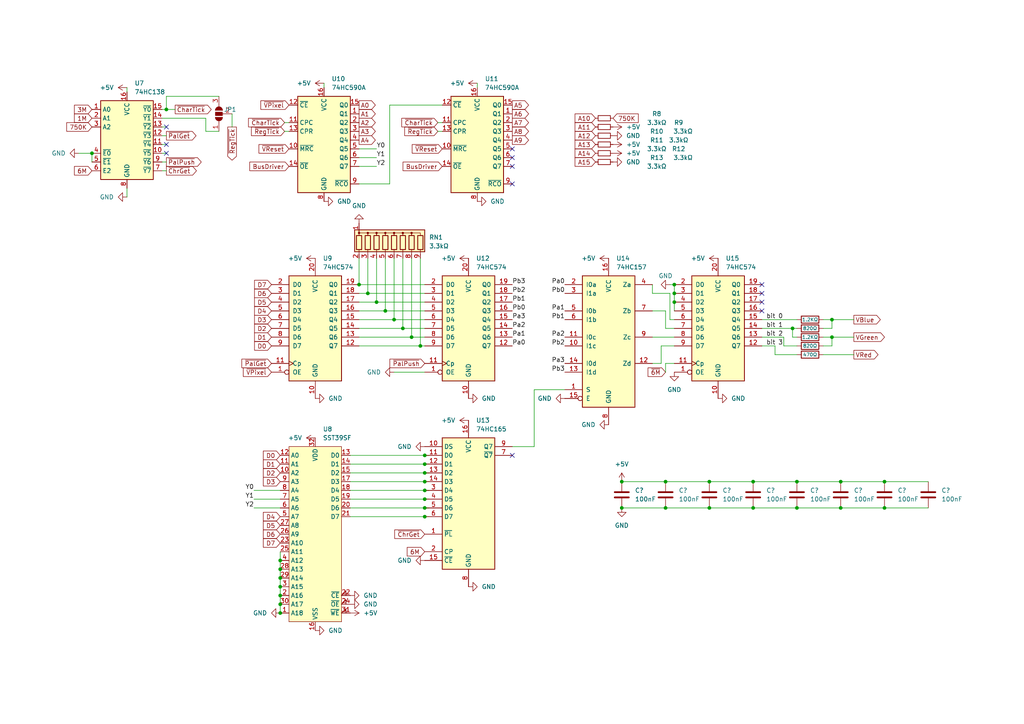
<source format=kicad_sch>
(kicad_sch (version 20230121) (generator eeschema)
  (paper "A4")
  (title_block (title "Video"))
  (lib_symbols
    (symbol "74xx:74HC138"
      (property "Reference" "U" (at -7.62 13.97 0))
      (property "Value" "74HC138" (at 2.54 -11.43 0))
      (symbol "74HC138_0_1"
        (rectangle (start -7.62 12.7) (end 7.62 -10.16) (stroke (width 0.254)) (fill (type background)))
      )
      (symbol "74HC138_1_1"
        (pin input line (at -10.16 10.16 0) (length 2.54) (name "A0") (number "1"))
        (pin output line (at 10.16 -2.54 180) (length 2.54) (name "~{Y5}") (number "10"))
        (pin output line (at 10.16 0 180) (length 2.54) (name "~{Y4}") (number "11"))
        (pin output line (at 10.16 2.54 180) (length 2.54) (name "~{Y3}") (number "12"))
        (pin output line (at 10.16 5.08 180) (length 2.54) (name "~{Y2}") (number "13"))
        (pin output line (at 10.16 7.62 180) (length 2.54) (name "~{Y1}") (number "14"))
        (pin output line (at 10.16 10.16 180) (length 2.54) (name "~{Y0}") (number "15"))
        (pin power_in line (at 0 15.24 270) (length 2.54) (name "VCC") (number "16"))
        (pin input line (at -10.16 7.62 0) (length 2.54) (name "A1") (number "2"))
        (pin input line (at -10.16 5.08 0) (length 2.54) (name "A2") (number "3"))
        (pin input line (at -10.16 -2.54 0) (length 2.54) (name "~{E0}") (number "4"))
        (pin input line (at -10.16 -5.08 0) (length 2.54) (name "~{E1}") (number "5"))
        (pin input line (at -10.16 -7.62 0) (length 2.54) (name "E2") (number "6"))
        (pin output line (at 10.16 -7.62 180) (length 2.54) (name "~{Y7}") (number "7"))
        (pin power_in line (at 0 -12.7 90) (length 2.54) (name "GND") (number "8"))
        (pin output line (at 10.16 -5.08 180) (length 2.54) (name "~{Y6}") (number "9"))
      )
    )
    (symbol "74xx:74HC165"
      (property "Reference" "U" (at -7.62 19.05 0))
      (property "Value" "74HC165" (at -7.62 -21.59 0))
      (symbol "74HC165_1_0"
        (pin input line (at -12.7 -10.16 0) (length 5.08) (name "~{PL}") (number "1"))
        (pin input line (at -12.7 15.24 0) (length 5.08) (name "DS") (number "10"))
        (pin input line (at -12.7 12.7 0) (length 5.08) (name "D0") (number "11"))
        (pin input line (at -12.7 10.16 0) (length 5.08) (name "D1") (number "12"))
        (pin input line (at -12.7 7.62 0) (length 5.08) (name "D2") (number "13"))
        (pin input line (at -12.7 5.08 0) (length 5.08) (name "D3") (number "14"))
        (pin input line (at -12.7 -17.78 0) (length 5.08) (name "~{CE}") (number "15"))
        (pin power_in line (at 0 22.86 270) (length 5.08) (name "VCC") (number "16"))
        (pin input line (at -12.7 -15.24 0) (length 5.08) (name "CP") (number "2"))
        (pin input line (at -12.7 2.54 0) (length 5.08) (name "D4") (number "3"))
        (pin input line (at -12.7 0 0) (length 5.08) (name "D5") (number "4"))
        (pin input line (at -12.7 -2.54 0) (length 5.08) (name "D6") (number "5"))
        (pin input line (at -12.7 -5.08 0) (length 5.08) (name "D7") (number "6"))
        (pin output line (at 12.7 12.7 180) (length 5.08) (name "~{Q7}") (number "7"))
        (pin power_in line (at 0 -25.4 90) (length 5.08) (name "GND") (number "8"))
        (pin output line (at 12.7 15.24 180) (length 5.08) (name "Q7") (number "9"))
      )
      (symbol "74HC165_1_1"
        (rectangle (start -7.62 17.78) (end 7.62 -20.32) (stroke (width 0.254)) (fill (type background)))
      )
    )
    (symbol "74xx:74HC590A"
      (property "Reference" "U" (at -7.62 16.51 0))
      (property "Value" "74HC590A" (at -7.62 -13.97 0))
      (symbol "74HC590A_1_0"
        (pin tri_state line (at 10.16 10.16 180) (length 2.54) (name "Q1") (number "1"))
        (pin input line (at -10.16 0 0) (length 2.54) (name "~{MRC}") (number "10"))
        (pin input line (at -10.16 7.62 0) (length 2.54) (name "CPC") (number "11"))
        (pin input line (at -10.16 12.7 0) (length 2.54) (name "~{CE}") (number "12"))
        (pin input line (at -10.16 5.08 0) (length 2.54) (name "CPR") (number "13"))
        (pin input line (at -10.16 -5.08 0) (length 2.54) (name "~{OE}") (number "14"))
        (pin tri_state line (at 10.16 12.7 180) (length 2.54) (name "Q0") (number "15"))
        (pin power_in line (at 0 17.78 270) (length 2.54) (name "VCC") (number "16"))
        (pin tri_state line (at 10.16 7.62 180) (length 2.54) (name "Q2") (number "2"))
        (pin tri_state line (at 10.16 5.08 180) (length 2.54) (name "Q3") (number "3"))
        (pin tri_state line (at 10.16 2.54 180) (length 2.54) (name "Q4") (number "4"))
        (pin tri_state line (at 10.16 0 180) (length 2.54) (name "Q5") (number "5"))
        (pin tri_state line (at 10.16 -2.54 180) (length 2.54) (name "Q6") (number "6"))
        (pin tri_state line (at 10.16 -5.08 180) (length 2.54) (name "Q7") (number "7"))
        (pin power_in line (at 0 -15.24 90) (length 2.54) (name "GND") (number "8"))
        (pin output line (at 10.16 -10.16 180) (length 2.54) (name "~{RCO}") (number "9"))
      )
      (symbol "74HC590A_1_1"
        (rectangle (start -7.62 15.24) (end 7.62 -12.7) (stroke (width 0.254)) (fill (type background)))
      )
    )
    (symbol "74xx:74HCT574" (pin_names (offset 1.016))
      (property "Reference" "U" (at -7.62 16.51 0))
      (property "Value" "74HCT574" (at -7.62 -16.51 0))
      (symbol "74HCT574_1_0"
        (pin input inverted (at -12.7 -12.7 0) (length 5.08) (name "OE") (number "1"))
        (pin power_in line (at 0 -20.32 90) (length 5.08) (name "GND") (number "10"))
        (pin input clock (at -12.7 -10.16 0) (length 5.08) (name "Cp") (number "11"))
        (pin tri_state line (at 12.7 -5.08 180) (length 5.08) (name "Q7") (number "12"))
        (pin tri_state line (at 12.7 -2.54 180) (length 5.08) (name "Q6") (number "13"))
        (pin tri_state line (at 12.7 0 180) (length 5.08) (name "Q5") (number "14"))
        (pin tri_state line (at 12.7 2.54 180) (length 5.08) (name "Q4") (number "15"))
        (pin tri_state line (at 12.7 5.08 180) (length 5.08) (name "Q3") (number "16"))
        (pin tri_state line (at 12.7 7.62 180) (length 5.08) (name "Q2") (number "17"))
        (pin tri_state line (at 12.7 10.16 180) (length 5.08) (name "Q1") (number "18"))
        (pin tri_state line (at 12.7 12.7 180) (length 5.08) (name "Q0") (number "19"))
        (pin input line (at -12.7 12.7 0) (length 5.08) (name "D0") (number "2"))
        (pin power_in line (at 0 20.32 270) (length 5.08) (name "VCC") (number "20"))
        (pin input line (at -12.7 10.16 0) (length 5.08) (name "D1") (number "3"))
        (pin input line (at -12.7 7.62 0) (length 5.08) (name "D2") (number "4"))
        (pin input line (at -12.7 5.08 0) (length 5.08) (name "D3") (number "5"))
        (pin input line (at -12.7 2.54 0) (length 5.08) (name "D4") (number "6"))
        (pin input line (at -12.7 0 0) (length 5.08) (name "D5") (number "7"))
        (pin input line (at -12.7 -2.54 0) (length 5.08) (name "D6") (number "8"))
        (pin input line (at -12.7 -5.08 0) (length 5.08) (name "D7") (number "9"))
      )
      (symbol "74HCT574_1_1"
        (rectangle (start -7.62 15.24) (end 7.62 -15.24) (stroke (width 0.254)) (fill (type background)))
      )
    )
    (symbol "74xx:74LS157" (pin_names (offset 1.016))
      (property "Reference" "U" (at -7.62 19.05 0))
      (property "Value" "74LS157" (at -7.62 -21.59 0))
      (symbol "74LS157_1_0"
        (pin input line (at -12.7 -15.24 0) (length 5.08) (name "S") (number "1"))
        (pin input line (at -12.7 -2.54 0) (length 5.08) (name "I1c") (number "10"))
        (pin input line (at -12.7 0 0) (length 5.08) (name "I0c") (number "11"))
        (pin output line (at 12.7 -7.62 180) (length 5.08) (name "Zd") (number "12"))
        (pin input line (at -12.7 -10.16 0) (length 5.08) (name "I1d") (number "13"))
        (pin input line (at -12.7 -7.62 0) (length 5.08) (name "I0d") (number "14"))
        (pin input inverted (at -12.7 -17.78 0) (length 5.08) (name "E") (number "15"))
        (pin power_in line (at 0 22.86 270) (length 5.08) (name "VCC") (number "16"))
        (pin input line (at -12.7 15.24 0) (length 5.08) (name "I0a") (number "2"))
        (pin input line (at -12.7 12.7 0) (length 5.08) (name "I1a") (number "3"))
        (pin output line (at 12.7 15.24 180) (length 5.08) (name "Za") (number "4"))
        (pin input line (at -12.7 7.62 0) (length 5.08) (name "I0b") (number "5"))
        (pin input line (at -12.7 5.08 0) (length 5.08) (name "I1b") (number "6"))
        (pin output line (at 12.7 7.62 180) (length 5.08) (name "Zb") (number "7"))
        (pin power_in line (at 0 -25.4 90) (length 5.08) (name "GND") (number "8"))
        (pin output line (at 12.7 0 180) (length 5.08) (name "Zc") (number "9"))
      )
      (symbol "74LS157_1_1"
        (rectangle (start -7.62 17.78) (end 7.62 -20.32) (stroke (width 0.254)) (fill (type background)))
      )
    )
    (symbol "Device:C" (pin_numbers hide) (pin_names (offset 0.254))
      (property "Reference" "C" (at 0.635 2.54 0))
      (property "Value" "C" (at 0.635 -2.54 0))
      (symbol "C_0_1"
        (polyline (pts (xy -2.032 -0.762) (xy 2.032 -0.762)) (stroke (width 0.508)))
        (polyline (pts (xy -2.032 0.762) (xy 2.032 0.762)) (stroke (width 0.508)))
      )
      (symbol "C_1_1"
        (pin passive line (at 0 3.81 270) (length 2.794) (name "~") (number "1"))
        (pin passive line (at 0 -3.81 90) (length 2.794) (name "~") (number "2"))
      )
    )
    (symbol "Device:R" (pin_numbers hide) (pin_names (offset 0))
      (property "Reference" "R" (at 2.032 0 90))
      (property "Value" "R" (at 0 0 90))
      (symbol "R_0_1"
        (rectangle (start -1.016 -2.54) (end 1.016 2.54) (stroke (width 0.254)))
      )
      (symbol "R_1_1"
        (pin passive line (at 0 3.81 270) (length 1.27) (name "~") (number "1"))
        (pin passive line (at 0 -3.81 90) (length 1.27) (name "~") (number "2"))
      )
    )
    (symbol "Device:R_Network08" (pin_names (offset 0) hide)
      (property "Reference" "RN" (at -12.7 0 90))
      (property "Value" "R_Network08" (at 10.16 0 90))
      (symbol "R_Network08_0_1"
        (rectangle (start -11.43 -3.175) (end 8.89 3.175) (stroke (width 0.254)) (fill (type background)))
        (rectangle (start -10.922 1.524) (end -9.398 -2.54) (stroke (width 0.254)))
        (circle (center -10.16 2.286) (radius 0.254) (fill (type outline)))
        (rectangle (start -8.382 1.524) (end -6.858 -2.54) (stroke (width 0.254)))
        (circle (center -7.62 2.286) (radius 0.254) (fill (type outline)))
        (rectangle (start -5.842 1.524) (end -4.318 -2.54) (stroke (width 0.254)))
        (circle (center -5.08 2.286) (radius 0.254) (fill (type outline)))
        (rectangle (start -3.302 1.524) (end -1.778 -2.54) (stroke (width 0.254)))
        (circle (center -2.54 2.286) (radius 0.254) (fill (type outline)))
        (rectangle (start -0.762 1.524) (end 0.762 -2.54) (stroke (width 0.254)))
        (polyline (pts (xy -10.16 -2.54) (xy -10.16 -3.81)))
        (polyline (pts (xy -7.62 -2.54) (xy -7.62 -3.81)))
        (polyline (pts (xy -5.08 -2.54) (xy -5.08 -3.81)))
        (polyline (pts (xy -2.54 -2.54) (xy -2.54 -3.81)))
        (polyline (pts (xy 0 -2.54) (xy 0 -3.81)))
        (polyline (pts (xy 2.54 -2.54) (xy 2.54 -3.81)))
        (polyline (pts (xy 5.08 -2.54) (xy 5.08 -3.81)))
        (polyline (pts (xy 7.62 -2.54) (xy 7.62 -3.81)))
        (polyline (pts (xy -10.16 1.524) (xy -10.16 2.286) (xy -7.62 2.286) (xy -7.62 1.524)))
        (polyline (pts (xy -7.62 1.524) (xy -7.62 2.286) (xy -5.08 2.286) (xy -5.08 1.524)))
        (polyline (pts (xy -5.08 1.524) (xy -5.08 2.286) (xy -2.54 2.286) (xy -2.54 1.524)))
        (polyline (pts (xy -2.54 1.524) (xy -2.54 2.286) (xy 0 2.286) (xy 0 1.524)))
        (polyline (pts (xy 0 1.524) (xy 0 2.286) (xy 2.54 2.286) (xy 2.54 1.524)))
        (polyline (pts (xy 2.54 1.524) (xy 2.54 2.286) (xy 5.08 2.286) (xy 5.08 1.524)))
        (polyline (pts (xy 5.08 1.524) (xy 5.08 2.286) (xy 7.62 2.286) (xy 7.62 1.524)))
        (circle (center 0 2.286) (radius 0.254) (fill (type outline)))
        (rectangle (start 1.778 1.524) (end 3.302 -2.54) (stroke (width 0.254)))
        (circle (center 2.54 2.286) (radius 0.254) (fill (type outline)))
        (rectangle (start 4.318 1.524) (end 5.842 -2.54) (stroke (width 0.254)))
        (circle (center 5.08 2.286) (radius 0.254) (fill (type outline)))
        (rectangle (start 6.858 1.524) (end 8.382 -2.54) (stroke (width 0.254)))
      )
      (symbol "R_Network08_1_1"
        (pin passive line (at -10.16 5.08 270) (length 2.54) (name "common") (number "1"))
        (pin passive line (at -10.16 -5.08 90) (length 1.27) (name "R1") (number "2"))
        (pin passive line (at -7.62 -5.08 90) (length 1.27) (name "R2") (number "3"))
        (pin passive line (at -5.08 -5.08 90) (length 1.27) (name "R3") (number "4"))
        (pin passive line (at -2.54 -5.08 90) (length 1.27) (name "R4") (number "5"))
        (pin passive line (at 0 -5.08 90) (length 1.27) (name "R5") (number "6"))
        (pin passive line (at 2.54 -5.08 90) (length 1.27) (name "R6") (number "7"))
        (pin passive line (at 5.08 -5.08 90) (length 1.27) (name "R7") (number "8"))
        (pin passive line (at 7.62 -5.08 90) (length 1.27) (name "R8") (number "9"))
      )
    )
    (symbol "Device:R_Small" (pin_numbers hide) (pin_names (offset 0.254) hide)
      (property "Reference" "R" (at 0.762 0.508 0))
      (property "Value" "R_Small" (at 0.762 -1.016 0))
      (symbol "R_Small_0_1"
        (rectangle (start -0.762 1.778) (end 0.762 -1.778) (stroke (width 0.2032)))
      )
      (symbol "R_Small_1_1"
        (pin passive line (at 0 2.54 270) (length 0.762) (name "~") (number "1"))
        (pin passive line (at 0 -2.54 90) (length 0.762) (name "~") (number "2"))
      )
    )
    (symbol "Jumper:SolderJumper_3_Open" (pin_names (offset 0) hide)
      (property "Reference" "JP" (at -2.54 -2.54 0))
      (property "Value" "SolderJumper_3_Open" (at 0 2.794 0))
      (symbol "SolderJumper_3_Open_0_1"
        (arc (start -1.016 1.016) (mid -2.0276 0) (end -1.016 -1.016))
        (arc (start -1.016 1.016) (mid -2.0276 0) (end -1.016 -1.016) (fill (type outline)))
        (rectangle (start -0.508 1.016) (end 0.508 -1.016) (fill (type outline)))
        (polyline (pts (xy -2.54 0) (xy -2.032 0)))
        (polyline (pts (xy -1.016 1.016) (xy -1.016 -1.016)))
        (polyline (pts (xy 0 -1.27) (xy 0 -1.016)))
        (polyline (pts (xy 1.016 1.016) (xy 1.016 -1.016)))
        (polyline (pts (xy 2.54 0) (xy 2.032 0)))
        (arc (start 1.016 -1.016) (mid 2.0276 0) (end 1.016 1.016))
        (arc (start 1.016 -1.016) (mid 2.0276 0) (end 1.016 1.016) (fill (type outline)))
      )
      (symbol "SolderJumper_3_Open_1_1"
        (pin passive line (at -5.08 0 0) (length 2.54) (name "A") (number "1"))
        (pin passive line (at 0 -3.81 90) (length 2.54) (name "C") (number "2"))
        (pin passive line (at 5.08 0 180) (length 2.54) (name "B") (number "3"))
      )
    )
    (symbol "Memory_Lib:SST39SF040"
      (property "Reference" "U" (at 11.43 54.61 0))
      (property "Value" "SST39SF040" (at 19.05 52.07 0))
      (symbol "SST39SF040_1_1"
        (rectangle (start 0 50.8) (end 15.24 0) (fill (type background)))
        (pin input line (at -2.54 2.54 0) (length 2.54) (name "A18") (number "1"))
        (pin input line (at -2.54 43.18 0) (length 2.54) (name "A2") (number "10"))
        (pin input line (at -2.54 45.72 0) (length 2.54) (name "A1") (number "11"))
        (pin input line (at -2.54 48.26 0) (length 2.54) (name "A0") (number "12"))
        (pin bidirectional line (at 17.78 48.26 180) (length 2.54) (name "D0") (number "13"))
        (pin bidirectional line (at 17.78 45.72 180) (length 2.54) (name "D1") (number "14"))
        (pin bidirectional line (at 17.78 43.18 180) (length 2.54) (name "D2") (number "15"))
        (pin power_in line (at 7.62 -2.54 90) (length 2.54) (name "VSS") (number "16"))
        (pin bidirectional line (at 17.78 40.64 180) (length 2.54) (name "D3") (number "17"))
        (pin bidirectional line (at 17.78 38.1 180) (length 2.54) (name "D4") (number "18"))
        (pin bidirectional line (at 17.78 35.56 180) (length 2.54) (name "D5") (number "19"))
        (pin input line (at -2.54 7.62 0) (length 2.54) (name "A16") (number "2"))
        (pin bidirectional line (at 17.78 33.02 180) (length 2.54) (name "D6") (number "20"))
        (pin bidirectional line (at 17.78 30.48 180) (length 2.54) (name "D7") (number "21"))
        (pin input input_low (at 17.78 7.62 180) (length 2.54) (name "~{CE}") (number "22"))
        (pin input line (at -2.54 22.86 0) (length 2.54) (name "A10") (number "23"))
        (pin input input_low (at 17.78 5.08 180) (length 2.54) (name "~{OE}") (number "24"))
        (pin input line (at -2.54 20.32 0) (length 2.54) (name "A11") (number "25"))
        (pin input line (at -2.54 25.4 0) (length 2.54) (name "A9") (number "26"))
        (pin input line (at -2.54 27.94 0) (length 2.54) (name "A8") (number "27"))
        (pin input line (at -2.54 15.24 0) (length 2.54) (name "A13") (number "28"))
        (pin input line (at -2.54 12.7 0) (length 2.54) (name "A14") (number "29"))
        (pin input line (at -2.54 10.16 0) (length 2.54) (name "A15") (number "3"))
        (pin input line (at -2.54 5.08 0) (length 2.54) (name "A17") (number "30"))
        (pin input input_low (at 17.78 2.54 180) (length 2.54) (name "~{WE}") (number "31"))
        (pin power_in line (at 7.62 53.34 270) (length 2.54) (name "VDD") (number "32"))
        (pin input line (at -2.54 17.78 0) (length 2.54) (name "A12") (number "4"))
        (pin input line (at -2.54 30.48 0) (length 2.54) (name "A7") (number "5"))
        (pin input line (at -2.54 33.02 0) (length 2.54) (name "A6") (number "6"))
        (pin input line (at -2.54 35.56 0) (length 2.54) (name "A5") (number "7"))
        (pin input line (at -2.54 38.1 0) (length 2.54) (name "A4") (number "8"))
        (pin input line (at -2.54 40.64 0) (length 2.54) (name "A3") (number "9"))
      )
    )
    (symbol "power:+5V" (power) (pin_names (offset 0))
      (property "Value" "+5V" (at 0 3.556 0))
      (symbol "+5V_0_1"
        (polyline (pts (xy -0.762 1.27) (xy 0 2.54)))
        (polyline (pts (xy 0 0) (xy 0 2.54)))
        (polyline (pts (xy 0 2.54) (xy 0.762 1.27)))
      )
      (symbol "+5V_1_1"
        (pin power_in line (at 0 0 90) (length 0) hide (name "+5V") (number "1"))
      )
    )
    (symbol "power:GND" (power) (pin_names (offset 0))
      (property "Value" "GND" (at 0 -3.81 0))
      (symbol "GND_0_1"
        (polyline (pts (xy 0 0) (xy 0 -1.27) (xy 1.27 -1.27) (xy 0 -2.54) (xy -1.27 -1.27) (xy 0 -1.27)))
      )
      (symbol "GND_1_1"
        (pin power_in line (at 0 0 270) (length 0) hide (name "GND") (number "1"))
      )
    )
  )
  (junction (at 81.28 177.8))
  (junction (at 195.58 82.55))
  (junction (at 243.84 147.32))
  (junction (at 104.14 82.55))
  (junction (at 81.28 170.18))
  (junction (at 81.28 165.1))
  (junction (at 241.3 92.71))
  (junction (at 81.28 162.56))
  (junction (at 256.54 147.32))
  (junction (at 123.19 134.62))
  (junction (at 205.74 147.32))
  (junction (at 231.14 139.7))
  (junction (at 205.74 139.7))
  (junction (at 81.28 175.26))
  (junction (at 218.44 139.7))
  (junction (at 114.3 92.71))
  (junction (at 256.54 139.7))
  (junction (at 81.28 167.64))
  (junction (at 48.26 31.75))
  (junction (at 123.19 147.32))
  (junction (at 123.19 137.16))
  (junction (at 121.92 100.33))
  (junction (at 111.76 90.17))
  (junction (at 241.3 97.79))
  (junction (at 81.28 172.72))
  (junction (at 180.34 139.7))
  (junction (at 218.44 147.32))
  (junction (at 116.84 95.25))
  (junction (at 123.19 144.78))
  (junction (at 180.34 147.32))
  (junction (at 123.19 142.24))
  (junction (at 231.14 147.32))
  (junction (at 195.58 87.63))
  (junction (at 193.04 147.32))
  (junction (at 195.58 85.09))
  (junction (at 109.22 87.63))
  (junction (at 119.38 97.79))
  (junction (at 26.67 44.45))
  (junction (at 243.84 139.7))
  (junction (at 123.19 132.08))
  (junction (at 106.68 85.09))
  (junction (at 123.19 139.7))
  (junction (at 123.19 149.86))
  (junction (at 193.04 139.7))
  (junction (at 229.87 95.25))
  (no_connect (at 48.26 36.83))
  (no_connect (at 220.98 90.17))
  (no_connect (at 220.98 85.09))
  (no_connect (at 48.26 41.91))
  (no_connect (at 220.98 87.63))
  (no_connect (at 220.98 82.55))
  (no_connect (at 148.59 53.34))
  (no_connect (at 148.59 43.18))
  (no_connect (at 148.59 45.72))
  (no_connect (at 148.59 132.08))
  (no_connect (at 48.26 44.45))
  (no_connect (at 148.59 48.26))
  (wire (pts (xy 194.31 85.09) (xy 194.31 92.71)))
  (wire (pts (xy 195.58 82.55) (xy 195.58 85.09)))
  (wire (pts (xy 101.6 142.24) (xy 123.19 142.24)))
  (wire (pts (xy 193.04 107.95) (xy 193.04 105.41)))
  (wire (pts (xy 81.28 160.02) (xy 81.28 162.56)))
  (wire (pts (xy 138.43 24.13) (xy 138.43 25.4)))
  (wire (pts (xy 218.44 147.32) (xy 231.14 147.32)))
  (wire (pts (xy 104.14 53.34) (xy 113.03 53.34)))
  (wire (pts (xy 231.14 97.79) (xy 229.87 97.79)))
  (wire (pts (xy 101.6 149.86) (xy 123.19 149.86)))
  (wire (pts (xy 243.84 147.32) (xy 256.54 147.32)))
  (wire (pts (xy 106.68 85.09) (xy 104.14 85.09)))
  (wire (pts (xy 111.76 74.93) (xy 111.76 90.17)))
  (wire (pts (xy 238.76 95.25) (xy 241.3 95.25)))
  (wire (pts (xy 189.23 105.41) (xy 191.77 105.41)))
  (wire (pts (xy 111.76 90.17) (xy 104.14 90.17)))
  (wire (pts (xy 180.34 147.32) (xy 193.04 147.32)))
  (wire (pts (xy 81.28 172.72) (xy 81.28 175.26)))
  (wire (pts (xy 50.8 31.75) (xy 48.26 31.75)))
  (wire (pts (xy 189.23 85.09) (xy 194.31 85.09)))
  (wire (pts (xy 121.92 100.33) (xy 104.14 100.33)))
  (wire (pts (xy 124.46 132.08) (xy 123.19 132.08)))
  (wire (pts (xy 189.23 82.55) (xy 189.23 85.09)))
  (wire (pts (xy 218.44 139.7) (xy 231.14 139.7)))
  (wire (pts (xy 123.19 107.95) (xy 114.3 107.95)))
  (wire (pts (xy 238.76 92.71) (xy 241.3 92.71)))
  (wire (pts (xy 124.46 139.7) (xy 123.19 139.7)))
  (wire (pts (xy 193.04 139.7) (xy 205.74 139.7)))
  (wire (pts (xy 124.46 149.86) (xy 123.19 149.86)))
  (wire (pts (xy 124.46 137.16) (xy 123.19 137.16)))
  (wire (pts (xy 241.3 97.79) (xy 247.65 97.79)))
  (wire (pts (xy 195.58 87.63) (xy 195.58 90.17)))
  (wire (pts (xy 123.19 90.17) (xy 111.76 90.17)))
  (wire (pts (xy 124.46 144.78) (xy 123.19 144.78)))
  (wire (pts (xy 101.6 134.62) (xy 123.19 134.62)))
  (wire (pts (xy 81.28 162.56) (xy 81.28 165.1)))
  (wire (pts (xy 227.33 100.33) (xy 231.14 100.33)))
  (wire (pts (xy 81.28 167.64) (xy 81.28 170.18)))
  (wire (pts (xy 48.26 36.83) (xy 46.99 36.83)))
  (wire (pts (xy 154.94 129.54) (xy 154.94 113.03)))
  (wire (pts (xy 81.28 165.1) (xy 81.28 167.64)))
  (wire (pts (xy 101.6 132.08) (xy 123.19 132.08)))
  (wire (pts (xy 191.77 100.33) (xy 195.58 100.33)))
  (wire (pts (xy 22.86 44.45) (xy 26.67 44.45)))
  (wire (pts (xy 195.58 95.25) (xy 193.04 95.25)))
  (wire (pts (xy 123.19 82.55) (xy 104.14 82.55)))
  (wire (pts (xy 116.84 74.93) (xy 116.84 95.25)))
  (wire (pts (xy 220.98 92.71) (xy 231.14 92.71)))
  (wire (pts (xy 189.23 90.17) (xy 193.04 90.17)))
  (wire (pts (xy 154.94 113.03) (xy 163.83 113.03)))
  (wire (pts (xy 101.6 139.7) (xy 123.19 139.7)))
  (wire (pts (xy 73.66 147.32) (xy 81.28 147.32)))
  (wire (pts (xy 227.33 97.79) (xy 227.33 100.33)))
  (wire (pts (xy 109.22 43.18) (xy 104.14 43.18)))
  (wire (pts (xy 123.19 100.33) (xy 121.92 100.33)))
  (wire (pts (xy 81.28 175.26) (xy 81.28 177.8)))
  (wire (pts (xy 114.3 92.71) (xy 104.14 92.71)))
  (wire (pts (xy 180.34 139.7) (xy 193.04 139.7)))
  (wire (pts (xy 231.14 147.32) (xy 243.84 147.32)))
  (wire (pts (xy 104.14 74.93) (xy 104.14 82.55)))
  (wire (pts (xy 220.98 97.79) (xy 227.33 97.79)))
  (wire (pts (xy 123.19 97.79) (xy 119.38 97.79)))
  (wire (pts (xy 106.68 74.93) (xy 106.68 85.09)))
  (wire (pts (xy 241.3 92.71) (xy 241.3 95.25)))
  (wire (pts (xy 191.77 105.41) (xy 191.77 100.33)))
  (wire (pts (xy 73.66 142.24) (xy 81.28 142.24)))
  (wire (pts (xy 229.87 95.25) (xy 231.14 95.25)))
  (wire (pts (xy 241.3 92.71) (xy 247.65 92.71)))
  (wire (pts (xy 48.26 31.75) (xy 46.99 31.75)))
  (wire (pts (xy 48.26 46.99) (xy 46.99 46.99)))
  (wire (pts (xy 127 35.56) (xy 128.27 35.56)))
  (wire (pts (xy 123.19 92.71) (xy 114.3 92.71)))
  (wire (pts (xy 116.84 95.25) (xy 104.14 95.25)))
  (wire (pts (xy 36.83 25.4) (xy 36.83 26.67)))
  (wire (pts (xy 194.31 82.55) (xy 195.58 82.55)))
  (wire (pts (xy 48.26 44.45) (xy 46.99 44.45)))
  (wire (pts (xy 224.79 100.33) (xy 224.79 102.87)))
  (wire (pts (xy 224.79 102.87) (xy 231.14 102.87)))
  (wire (pts (xy 256.54 139.7) (xy 269.24 139.7)))
  (wire (pts (xy 148.59 129.54) (xy 154.94 129.54)))
  (wire (pts (xy 193.04 95.25) (xy 193.04 90.17)))
  (wire (pts (xy 48.26 27.94) (xy 48.26 31.75)))
  (wire (pts (xy 123.19 85.09) (xy 106.68 85.09)))
  (wire (pts (xy 121.92 74.93) (xy 121.92 100.33)))
  (wire (pts (xy 194.31 92.71) (xy 195.58 92.71)))
  (wire (pts (xy 36.83 57.15) (xy 36.83 54.61)))
  (wire (pts (xy 238.76 97.79) (xy 241.3 97.79)))
  (wire (pts (xy 48.26 39.37) (xy 46.99 39.37)))
  (wire (pts (xy 229.87 95.25) (xy 229.87 97.79)))
  (wire (pts (xy 127 38.1) (xy 128.27 38.1)))
  (wire (pts (xy 82.55 38.1) (xy 83.82 38.1)))
  (wire (pts (xy 63.5 38.1) (xy 59.69 38.1)))
  (wire (pts (xy 119.38 97.79) (xy 104.14 97.79)))
  (wire (pts (xy 113.03 30.48) (xy 128.27 30.48)))
  (wire (pts (xy 59.69 38.1) (xy 59.69 34.29)))
  (wire (pts (xy 101.6 144.78) (xy 123.19 144.78)))
  (wire (pts (xy 48.26 49.53) (xy 46.99 49.53)))
  (wire (pts (xy 124.46 142.24) (xy 123.19 142.24)))
  (wire (pts (xy 46.99 34.29) (xy 59.69 34.29)))
  (wire (pts (xy 114.3 74.93) (xy 114.3 92.71)))
  (wire (pts (xy 109.22 74.93) (xy 109.22 87.63)))
  (wire (pts (xy 26.67 44.45) (xy 26.67 46.99)))
  (wire (pts (xy 195.58 85.09) (xy 195.58 87.63)))
  (wire (pts (xy 124.46 134.62) (xy 123.19 134.62)))
  (wire (pts (xy 238.76 102.87) (xy 247.65 102.87)))
  (wire (pts (xy 238.76 100.33) (xy 241.3 100.33)))
  (wire (pts (xy 63.5 27.94) (xy 48.26 27.94)))
  (wire (pts (xy 67.31 36.83) (xy 67.31 33.02)))
  (wire (pts (xy 124.46 147.32) (xy 123.19 147.32)))
  (wire (pts (xy 48.26 41.91) (xy 46.99 41.91)))
  (wire (pts (xy 119.38 74.93) (xy 119.38 97.79)))
  (wire (pts (xy 82.55 35.56) (xy 83.82 35.56)))
  (wire (pts (xy 101.6 137.16) (xy 123.19 137.16)))
  (wire (pts (xy 220.98 95.25) (xy 229.87 95.25)))
  (wire (pts (xy 81.28 170.18) (xy 81.28 172.72)))
  (wire (pts (xy 205.74 139.7) (xy 218.44 139.7)))
  (wire (pts (xy 109.22 45.72) (xy 104.14 45.72)))
  (wire (pts (xy 231.14 139.7) (xy 243.84 139.7)))
  (wire (pts (xy 205.74 147.32) (xy 218.44 147.32)))
  (wire (pts (xy 101.6 147.32) (xy 123.19 147.32)))
  (wire (pts (xy 193.04 147.32) (xy 205.74 147.32)))
  (wire (pts (xy 189.23 97.79) (xy 195.58 97.79)))
  (wire (pts (xy 109.22 87.63) (xy 104.14 87.63)))
  (wire (pts (xy 123.19 95.25) (xy 116.84 95.25)))
  (wire (pts (xy 256.54 147.32) (xy 269.24 147.32)))
  (wire (pts (xy 73.66 144.78) (xy 81.28 144.78)))
  (wire (pts (xy 113.03 53.34) (xy 113.03 30.48)))
  (wire (pts (xy 193.04 105.41) (xy 195.58 105.41)))
  (wire (pts (xy 93.98 24.13) (xy 93.98 25.4)))
  (wire (pts (xy 241.3 100.33) (xy 241.3 97.79)))
  (wire (pts (xy 220.98 100.33) (xy 224.79 100.33)))
  (wire (pts (xy 243.84 139.7) (xy 256.54 139.7)))
  (wire (pts (xy 109.22 48.26) (xy 104.14 48.26)))
  (wire (pts (xy 123.19 87.63) (xy 109.22 87.63)))
  (label "Pa1" (at 148.59 97.79 0))
  (label "Y0" (at 73.66 142.24 180))
  (label "Pa2" (at 148.59 95.25 0))
  (label "bit 0" (at 222.25 92.71 0))
  (label "Pb0" (at 148.59 90.17 0))
  (label "Pb2" (at 148.59 85.09 0))
  (label "Pa3" (at 163.83 105.41 180))
  (label "Pb3" (at 163.83 107.95 180))
  (label "bit 2" (at 222.25 97.79 0))
  (label "Y1" (at 109.22 45.72 0))
  (label "bit 1" (at 222.25 95.25 0))
  (label "Pa2" (at 163.83 97.79 180))
  (label "Y0" (at 109.22 43.18 0))
  (label "Pa0" (at 148.59 100.33 0))
  (label "Pb0" (at 163.83 85.09 180))
  (label "Pb1" (at 148.59 87.63 0))
  (label "Y1" (at 73.66 144.78 180))
  (label "Y2" (at 73.66 147.32 180))
  (label "Pb1" (at 163.83 92.71 180))
  (label "Pa0" (at 163.83 82.55 180))
  (label "Pa3" (at 148.59 92.71 0))
  (label "Pb3" (at 148.59 82.55 0))
  (label "Pb2" (at 163.83 100.33 180))
  (label "Pa1" (at 163.83 90.17 180))
  (label "Y2" (at 109.22 48.26 0))
  (label "bit 3" (at 222.25 100.33 0))
  (global_label "A10" (shape input) (at 172.72 34.29 180) (property "Intersheetrefs" "${INTERSHEET_REFS}" (effects hide)))
  (global_label "D4" (shape input) (at 78.74 90.17 180) (property "Intersheetrefs" "${INTERSHEET_REFS}" (effects hide)))
  (global_label "A4" (shape output) (at 104.14 40.64 0) (property "Intersheetrefs" "${INTERSHEET_REFS}" (effects hide)))
  (global_label "A14" (shape input) (at 172.72 44.45 180) (property "Intersheetrefs" "${INTERSHEET_REFS}" (effects hide)))
  (global_label "A0" (shape output) (at 104.14 30.48 0) (property "Intersheetrefs" "${INTERSHEET_REFS}" (effects hide)))
  (global_label "~{VPixel}" (shape input) (at 83.82 30.48 180) (property "Intersheetrefs" "${INTERSHEET_REFS}" (effects hide)))
  (global_label "6M" (shape input) (at 26.67 49.53 180) (property "Intersheetrefs" "${INTERSHEET_REFS}" (effects hide)))
  (global_label "VGreen" (shape output) (at 247.65 97.79 0) (property "Intersheetrefs" "${INTERSHEET_REFS}" (effects hide)))
  (global_label "~{RegTick}" (shape input) (at 82.55 38.1 180) (property "Intersheetrefs" "${INTERSHEET_REFS}" (effects hide)))
  (global_label "~{PalPush}" (shape input) (at 123.19 105.41 180) (property "Intersheetrefs" "${INTERSHEET_REFS}" (effects hide)))
  (global_label "VRed" (shape output) (at 247.65 102.87 0) (property "Intersheetrefs" "${INTERSHEET_REFS}" (effects hide)))
  (global_label "BusDriver" (shape input) (at 128.27 48.26 180) (property "Intersheetrefs" "${INTERSHEET_REFS}" (effects hide)))
  (global_label "D3" (shape input) (at 78.74 92.71 180) (property "Intersheetrefs" "${INTERSHEET_REFS}" (effects hide)))
  (global_label "~{PalGet}" (shape output) (at 48.26 39.37 0) (property "Intersheetrefs" "${INTERSHEET_REFS}" (effects hide)))
  (global_label "~{CharTick}" (shape output) (at 50.8 31.75 0) (property "Intersheetrefs" "${INTERSHEET_REFS}" (effects hide)))
  (global_label "D2" (shape input) (at 81.28 137.16 180) (property "Intersheetrefs" "${INTERSHEET_REFS}" (effects hide)))
  (global_label "A11" (shape input) (at 172.72 36.83 180) (property "Intersheetrefs" "${INTERSHEET_REFS}" (effects hide)))
  (global_label "~{VReset}" (shape input) (at 83.82 43.18 180) (property "Intersheetrefs" "${INTERSHEET_REFS}" (effects hide)))
  (global_label "~{RegTick}" (shape input) (at 127 38.1 180) (property "Intersheetrefs" "${INTERSHEET_REFS}" (effects hide)))
  (global_label "~{CharTick}" (shape input) (at 127 35.56 180) (property "Intersheetrefs" "${INTERSHEET_REFS}" (effects hide)))
  (global_label "D4" (shape input) (at 81.28 149.86 180) (property "Intersheetrefs" "${INTERSHEET_REFS}" (effects hide)))
  (global_label "~{ChrGet}" (shape input) (at 123.19 154.94 180) (property "Intersheetrefs" "${INTERSHEET_REFS}" (effects hide)))
  (global_label "A9" (shape output) (at 148.59 40.64 0) (property "Intersheetrefs" "${INTERSHEET_REFS}" (effects hide)))
  (global_label "D0" (shape input) (at 78.74 100.33 180) (property "Intersheetrefs" "${INTERSHEET_REFS}" (effects hide)))
  (global_label "D5" (shape input) (at 81.28 152.4 180) (property "Intersheetrefs" "${INTERSHEET_REFS}" (effects hide)))
  (global_label "1M" (shape input) (at 26.67 34.29 180) (property "Intersheetrefs" "${INTERSHEET_REFS}" (effects hide)))
  (global_label "~{CharTick}" (shape input) (at 82.55 35.56 180) (property "Intersheetrefs" "${INTERSHEET_REFS}" (effects hide)))
  (global_label "A1" (shape output) (at 104.14 33.02 0) (property "Intersheetrefs" "${INTERSHEET_REFS}" (effects hide)))
  (global_label "D5" (shape input) (at 78.74 87.63 180) (property "Intersheetrefs" "${INTERSHEET_REFS}" (effects hide)))
  (global_label "D1" (shape input) (at 81.28 134.62 180) (property "Intersheetrefs" "${INTERSHEET_REFS}" (effects hide)))
  (global_label "A2" (shape output) (at 104.14 35.56 0) (property "Intersheetrefs" "${INTERSHEET_REFS}" (effects hide)))
  (global_label "D3" (shape input) (at 81.28 139.7 180) (property "Intersheetrefs" "${INTERSHEET_REFS}" (effects hide)))
  (global_label "A5" (shape output) (at 148.59 30.48 0) (property "Intersheetrefs" "${INTERSHEET_REFS}" (effects hide)))
  (global_label "D2" (shape input) (at 78.74 95.25 180) (property "Intersheetrefs" "${INTERSHEET_REFS}" (effects hide)))
  (global_label "D6" (shape input) (at 78.74 85.09 180) (property "Intersheetrefs" "${INTERSHEET_REFS}" (effects hide)))
  (global_label "~{PalPush}" (shape output) (at 48.26 46.99 0) (property "Intersheetrefs" "${INTERSHEET_REFS}" (effects hide)))
  (global_label "~{VReset}" (shape input) (at 128.27 43.18 180) (property "Intersheetrefs" "${INTERSHEET_REFS}" (effects hide)))
  (global_label "~{VPixel}" (shape input) (at 78.74 107.95 180) (property "Intersheetrefs" "${INTERSHEET_REFS}" (effects hide)))
  (global_label "VBlue" (shape output) (at 247.65 92.71 0) (property "Intersheetrefs" "${INTERSHEET_REFS}" (effects hide)))
  (global_label "~{ChrGet}" (shape output) (at 48.26 49.53 0) (property "Intersheetrefs" "${INTERSHEET_REFS}" (effects hide)))
  (global_label "A6" (shape output) (at 148.59 33.02 0) (property "Intersheetrefs" "${INTERSHEET_REFS}" (effects hide)))
  (global_label "750K" (shape input) (at 26.67 36.83 180) (property "Intersheetrefs" "${INTERSHEET_REFS}" (effects hide)))
  (global_label "750K" (shape input) (at 177.8 34.29 0) (property "Intersheetrefs" "${INTERSHEET_REFS}" (effects hide)))
  (global_label "D7" (shape input) (at 78.74 82.55 180) (property "Intersheetrefs" "${INTERSHEET_REFS}" (effects hide)))
  (global_label "BusDriver" (shape input) (at 83.82 48.26 180) (property "Intersheetrefs" "${INTERSHEET_REFS}" (effects hide)))
  (global_label "~{6M}" (shape input) (at 193.04 107.95 180) (property "Intersheetrefs" "${INTERSHEET_REFS}" (effects hide)))
  (global_label "A12" (shape input) (at 172.72 39.37 180) (property "Intersheetrefs" "${INTERSHEET_REFS}" (effects hide)))
  (global_label "A8" (shape output) (at 148.59 38.1 0) (property "Intersheetrefs" "${INTERSHEET_REFS}" (effects hide)))
  (global_label "6M" (shape input) (at 123.19 160.02 180) (property "Intersheetrefs" "${INTERSHEET_REFS}" (effects hide)))
  (global_label "~{RegTick}" (shape output) (at 67.31 36.83 270) (property "Intersheetrefs" "${INTERSHEET_REFS}" (effects hide)))
  (global_label "~{PalGet}" (shape input) (at 78.74 105.41 180) (property "Intersheetrefs" "${INTERSHEET_REFS}" (effects hide)))
  (global_label "D7" (shape input) (at 81.28 157.48 180) (property "Intersheetrefs" "${INTERSHEET_REFS}" (effects hide)))
  (global_label "A13" (shape input) (at 172.72 41.91 180) (property "Intersheetrefs" "${INTERSHEET_REFS}" (effects hide)))
  (global_label "A15" (shape input) (at 172.72 46.99 180) (property "Intersheetrefs" "${INTERSHEET_REFS}" (effects hide)))
  (global_label "A7" (shape output) (at 148.59 35.56 0) (property "Intersheetrefs" "${INTERSHEET_REFS}" (effects hide)))
  (global_label "3M" (shape input) (at 26.67 31.75 180) (property "Intersheetrefs" "${INTERSHEET_REFS}" (effects hide)))
  (global_label "D0" (shape input) (at 81.28 132.08 180) (property "Intersheetrefs" "${INTERSHEET_REFS}" (effects hide)))
  (global_label "D1" (shape input) (at 78.74 97.79 180) (property "Intersheetrefs" "${INTERSHEET_REFS}" (effects hide)))
  (global_label "A3" (shape output) (at 104.14 38.1 0) (property "Intersheetrefs" "${INTERSHEET_REFS}" (effects hide)))
  (global_label "D6" (shape input) (at 81.28 154.94 180) (property "Intersheetrefs" "${INTERSHEET_REFS}" (effects hide)))
  (symbol (lib_id "power:GND") (at 208.28 115.57 90) (unit 1)
    (property "Reference" "#PWR015" (effects hide))
    (property "Value" "GND" (at 212.09 115.57 90) (effects (justify right)))
  )
  (symbol (lib_id "74xx:74HC165") (at 135.89 144.78 0) (unit 1)
    (property "Reference" "U13" (at 138.0841 121.92 0) (effects (justify left)))
    (property "Value" "74HC165" (at 138.0841 124.46 0) (effects (justify left)))
    (property "Footprint" "PCM_Package_DIP_AKL:DIP-16_W7.62mm_Socket_LongPads" (effects hide))
    (property "Datasheet" "https://assets.nexperia.com/documents/data-sheet/74HC_HCT165.pdf" (effects hide))
  )
  (symbol (lib_id "power:GND") (at 22.86 44.45 270) (unit 1)
    (property "Reference" "#PWR015" (effects hide))
    (property "Value" "GND" (at 19.05 44.45 90) (effects (justify right)))
  )
  (symbol (lib_id "74xx:74HCT574") (at 135.89 95.25 0) (unit 1)
    (property "Reference" "U12" (at 138.0841 74.93 0) (effects (justify left)))
    (property "Value" "74HC574" (at 138.0841 77.47 0) (effects (justify left)))
    (property "Footprint" "PCM_Package_DIP_AKL:DIP-20_W7.62mm_Socket_LongPads" (effects hide))
    (property "Datasheet" "http://www.ti.com/lit/gpn/sn74HCT574" (effects hide))
  )
  (symbol (lib_id "power:GND") (at 135.89 115.57 90) (unit 1)
    (property "Reference" "#PWR015" (effects hide))
    (property "Value" "GND" (at 139.7 115.57 90) (effects (justify right)))
  )
  (symbol (lib_id "Device:R_Small") (at 175.26 36.83 90) (unit 1)
    (property "Reference" "R9" (at 196.85 35.56 90))
    (property "Value" "3.3kΩ" (at 198.12 38.1 90))
    (property "Footprint" "Resistor_THT:R_Axial_DIN0204_L3.6mm_D1.6mm_P7.62mm_Horizontal" (effects hide))
  )
  (symbol (lib_id "Jumper:SolderJumper_3_Open") (at 63.5 33.02 90) (unit 1)
    (property "Reference" "JP1" (at 68.58 31.75 90) (effects (justify left)))
    (property "Value" "SolderJumper_3_Open" (effects hide))
    (property "Footprint" "Jumper:SolderJumper-3_P1.3mm_Open_Pad1.0x1.5mm" (effects hide))
  )
  (symbol (lib_id "74xx:74HCT574") (at 208.28 95.25 0) (unit 1)
    (property "Reference" "U15" (at 210.4741 74.93 0) (effects (justify left)))
    (property "Value" "74HC574" (at 210.4741 77.47 0) (effects (justify left)))
    (property "Footprint" "PCM_Package_DIP_AKL:DIP-20_W7.62mm_Socket_LongPads" (effects hide))
    (property "Datasheet" "http://www.ti.com/lit/gpn/sn74HCT574" (effects hide))
  )
  (symbol (lib_id "power:GND") (at 36.83 57.15 270) (unit 1)
    (property "Reference" "#PWR015" (effects hide))
    (property "Value" "GND" (at 33.02 57.15 90) (effects (justify right)))
  )
  (symbol (lib_id "power:+5V") (at 101.6 177.8 270) (unit 1)
    (property "Reference" "#PWR017" (effects hide))
    (property "Value" "+5V" (at 105.41 177.8 90) (effects (justify left)))
  )
  (symbol (lib_id "power:GND") (at 195.58 107.95 0) (unit 1)
    (property "Reference" "#PWR015" (effects hide))
    (property "Value" "GND" (at 195.58 113.03 0))
  )
  (symbol (lib_id "Device:C") (at 193.04 143.51 0) (unit 1)
    (property "Reference" "C?" (at 196.85 142.24 0) (effects (justify left)))
    (property "Value" "100nF" (at 196.85 144.78 0) (effects (justify left)))
    (property "Footprint" "Capacitor_THT:C_Disc_D3.0mm_W2.0mm_P2.50mm" (effects hide))
  )
  (symbol (lib_id "power:+5V") (at 135.89 74.93 90) (unit 1)
    (property "Reference" "#PWR017" (effects hide))
    (property "Value" "+5V" (at 132.08 74.93 90) (effects (justify left)))
  )
  (symbol (lib_id "74xx:74HCT574") (at 91.44 95.25 0) (unit 1)
    (property "Reference" "U9" (at 93.6341 74.93 0) (effects (justify left)))
    (property "Value" "74HC574" (at 93.6341 77.47 0) (effects (justify left)))
    (property "Footprint" "PCM_Package_DIP_AKL:DIP-20_W7.62mm_Socket_LongPads" (effects hide))
    (property "Datasheet" "http://www.ti.com/lit/gpn/sn74HCT574" (effects hide))
  )
  (symbol (lib_id "Device:C") (at 180.34 143.51 0) (unit 1)
    (property "Reference" "C?" (at 184.15 142.24 0) (effects (justify left)))
    (property "Value" "100nF" (at 184.15 144.78 0) (effects (justify left)))
    (property "Footprint" "Capacitor_THT:C_Disc_D3.0mm_W2.0mm_P2.50mm" (effects hide))
  )
  (symbol (lib_id "Device:C") (at 256.54 143.51 0) (unit 1)
    (property "Reference" "C?" (at 260.35 142.24 0) (effects (justify left)))
    (property "Value" "100nF" (at 260.35 144.78 0) (effects (justify left)))
    (property "Footprint" "Capacitor_THT:C_Disc_D3.0mm_W2.0mm_P2.50mm" (effects hide))
  )
  (symbol (lib_id "power:+5V") (at 135.89 121.92 90) (unit 1)
    (property "Reference" "#PWR017" (effects hide))
    (property "Value" "+5V" (at 132.08 121.92 90) (effects (justify left)))
  )
  (symbol (lib_id "power:GND") (at 163.83 115.57 270) (unit 1)
    (property "Reference" "#PWR015" (effects hide))
    (property "Value" "GND" (at 160.02 115.57 90) (effects (justify right)))
  )
  (symbol (lib_id "Device:C") (at 231.14 143.51 0) (unit 1)
    (property "Reference" "C?" (at 234.95 142.24 0) (effects (justify left)))
    (property "Value" "100nF" (at 234.95 144.78 0) (effects (justify left)))
    (property "Footprint" "Capacitor_THT:C_Disc_D3.0mm_W2.0mm_P2.50mm" (effects hide))
  )
  (symbol (lib_id "Device:C") (at 218.44 143.51 0) (unit 1)
    (property "Reference" "C?" (at 222.25 142.24 0) (effects (justify left)))
    (property "Value" "100nF" (at 222.25 144.78 0) (effects (justify left)))
    (property "Footprint" "Capacitor_THT:C_Disc_D3.0mm_W2.0mm_P2.50mm" (effects hide))
  )
  (symbol (lib_id "Device:R") (at 234.95 92.71 90) (unit 1)
    (property "Reference" "R14" (effects hide))
    (property "Value" "1.2KΩ" (at 234.95 92.71 90) (effects (font (size 1 1))))
    (property "Footprint" "Resistor_THT:R_Axial_DIN0204_L3.6mm_D1.6mm_P7.62mm_Horizontal" (effects hide))
  )
  (symbol (lib_id "Device:C") (at 243.84 143.51 0) (unit 1)
    (property "Reference" "C?" (at 247.65 142.24 0) (effects (justify left)))
    (property "Value" "100nF" (at 247.65 144.78 0) (effects (justify left)))
    (property "Footprint" "Capacitor_THT:C_Disc_D3.0mm_W2.0mm_P2.50mm" (effects hide))
  )
  (symbol (lib_id "Device:R") (at 234.95 97.79 90) (unit 1)
    (property "Reference" "R16" (effects hide))
    (property "Value" "1.2KΩ" (at 234.95 97.79 90) (effects (font (size 1 1))))
    (property "Footprint" "Resistor_THT:R_Axial_DIN0204_L3.6mm_D1.6mm_P7.62mm_Horizontal" (effects hide))
  )
  (symbol (lib_id "power:+5V") (at 177.8 41.91 270) (unit 1)
    (property "Reference" "#PWR017" (effects hide))
    (property "Value" "+5V" (at 181.61 41.91 90) (effects (justify left)))
  )
  (symbol (lib_id "power:GND") (at 177.8 46.99 90) (unit 1)
    (property "Reference" "#PWR015" (effects hide))
    (property "Value" "GND" (at 181.61 46.99 90) (effects (justify right)))
  )
  (symbol (lib_id "power:+5V") (at 208.28 74.93 90) (unit 1)
    (property "Reference" "#PWR017" (effects hide))
    (property "Value" "+5V" (at 204.47 74.93 90) (effects (justify left)))
  )
  (symbol (lib_id "power:+5V") (at 138.43 24.13 90) (unit 1)
    (property "Reference" "#PWR017" (effects hide))
    (property "Value" "+5V" (at 134.62 24.13 90) (effects (justify left)))
  )
  (symbol (lib_id "Device:R_Small") (at 175.26 39.37 90) (unit 1)
    (property "Reference" "R10" (at 190.5 38.1 90))
    (property "Value" "3.3kΩ" (at 196.85 40.64 90))
    (property "Footprint" "Resistor_THT:R_Axial_DIN0204_L3.6mm_D1.6mm_P7.62mm_Horizontal" (effects hide))
  )
  (symbol (lib_id "Device:R_Small") (at 175.26 41.91 90) (unit 1)
    (property "Reference" "R11" (at 190.5 40.64 90))
    (property "Value" "3.3kΩ" (at 190.5 43.18 90))
    (property "Footprint" "Resistor_THT:R_Axial_DIN0204_L3.6mm_D1.6mm_P7.62mm_Horizontal" (effects hide))
  )
  (symbol (lib_id "power:GND") (at 176.53 123.19 270) (unit 1)
    (property "Reference" "#PWR015" (effects hide))
    (property "Value" "GND" (at 172.72 123.19 90) (effects (justify right)))
  )
  (symbol (lib_id "power:GND") (at 135.89 170.18 90) (unit 1)
    (property "Reference" "#PWR015" (effects hide))
    (property "Value" "GND" (at 139.7 170.18 90) (effects (justify right)))
  )
  (symbol (lib_id "power:GND") (at 180.34 147.32 0) (unit 1)
    (property "Reference" "#PWR0135" (effects hide))
    (property "Value" "GND" (at 180.34 152.4 0))
  )
  (symbol (lib_id "power:GND") (at 123.19 129.54 270) (unit 1)
    (property "Reference" "#PWR015" (effects hide))
    (property "Value" "GND" (at 119.38 129.54 90) (effects (justify right)))
  )
  (symbol (lib_id "74xx:74HC590A") (at 93.98 43.18 0) (unit 1)
    (property "Reference" "U10" (at 96.1741 22.86 0) (effects (justify left)))
    (property "Value" "74HC590A" (at 96.1741 25.4 0) (effects (justify left)))
    (property "Footprint" "PCM_Package_DIP_AKL:DIP-16_W7.62mm_Socket_LongPads" (effects hide))
    (property "Datasheet" "http://www.ti.com/lit/ds/symlink/sn74hc590a.pdf" (effects hide))
  )
  (symbol (lib_id "power:GND") (at 91.44 115.57 90) (unit 1)
    (property "Reference" "#PWR015" (effects hide))
    (property "Value" "GND" (at 95.25 115.57 90) (effects (justify right)))
  )
  (symbol (lib_id "power:+5V") (at 180.34 139.7 0) (unit 1)
    (property "Reference" "#PWR0136" (effects hide))
    (property "Value" "+5V" (at 180.34 134.62 0))
  )
  (symbol (lib_id "power:GND") (at 177.8 39.37 90) (unit 1)
    (property "Reference" "#PWR015" (effects hide))
    (property "Value" "GND" (at 181.61 39.37 90) (effects (justify right)))
  )
  (symbol (lib_id "Device:R") (at 234.95 102.87 90) (unit 1)
    (property "Reference" "R18" (effects hide))
    (property "Value" "470Ω" (at 234.95 102.87 90) (effects (font (size 1 1))))
    (property "Footprint" "Resistor_THT:R_Axial_DIN0204_L3.6mm_D1.6mm_P7.62mm_Horizontal" (effects hide))
  )
  (symbol (lib_id "Device:R") (at 234.95 95.25 90) (unit 1)
    (property "Reference" "R15" (effects hide))
    (property "Value" "820Ω" (at 234.95 95.25 90) (effects (font (size 1 1))))
    (property "Footprint" "Resistor_THT:R_Axial_DIN0204_L3.6mm_D1.6mm_P7.62mm_Horizontal" (effects hide))
  )
  (symbol (lib_id "power:+5V") (at 36.83 25.4 90) (unit 1)
    (property "Reference" "#PWR017" (effects hide))
    (property "Value" "+5V" (at 33.02 25.4 90) (effects (justify left)))
  )
  (symbol (lib_id "Device:R_Small") (at 175.26 46.99 90) (unit 1)
    (property "Reference" "R13" (at 190.5 45.72 90))
    (property "Value" "3.3kΩ" (at 190.5 48.26 90))
    (property "Footprint" "Resistor_THT:R_Axial_DIN0204_L3.6mm_D1.6mm_P7.62mm_Horizontal" (effects hide))
  )
  (symbol (lib_id "power:+5V") (at 91.44 74.93 90) (unit 1)
    (property "Reference" "#PWR017" (effects hide))
    (property "Value" "+5V" (at 87.63 74.93 90) (effects (justify left)))
  )
  (symbol (lib_id "74xx:74HC590A") (at 138.43 43.18 0) (unit 1)
    (property "Reference" "U11" (at 140.6241 22.86 0) (effects (justify left)))
    (property "Value" "74HC590A" (at 140.6241 25.4 0) (effects (justify left)))
    (property "Footprint" "PCM_Package_DIP_AKL:DIP-16_W7.62mm_Socket_LongPads" (effects hide))
    (property "Datasheet" "http://www.ti.com/lit/ds/symlink/sn74hc590a.pdf" (effects hide))
  )
  (symbol (lib_id "power:+5V") (at 91.44 127 90) (unit 1)
    (property "Reference" "#PWR017" (effects hide))
    (property "Value" "+5V" (at 87.63 127 90) (effects (justify left)))
  )
  (symbol (lib_id "power:GND") (at 91.44 182.88 90) (unit 1)
    (property "Reference" "#PWR015" (effects hide))
    (property "Value" "GND" (at 95.25 182.88 90) (effects (justify right)))
  )
  (symbol (lib_id "Device:C") (at 269.24 143.51 0) (unit 1)
    (property "Reference" "C?" (at 273.05 142.24 0) (effects (justify left)))
    (property "Value" "100nF" (at 273.05 144.78 0) (effects (justify left)))
    (property "Footprint" "Capacitor_THT:C_Disc_D3.0mm_W2.0mm_P2.50mm" (effects hide))
  )
  (symbol (lib_id "power:GND") (at 101.6 172.72 90) (unit 1)
    (property "Reference" "#PWR015" (effects hide))
    (property "Value" "GND" (at 105.41 172.72 90) (effects (justify right)))
  )
  (symbol (lib_id "74xx:74LS157") (at 176.53 97.79 0) (unit 1)
    (property "Reference" "U14" (at 178.7241 74.93 0) (effects (justify left)))
    (property "Value" "74HC157" (at 178.7241 77.47 0) (effects (justify left)))
    (property "Footprint" "PCM_Package_DIP_AKL:DIP-16_W7.62mm_Socket_LongPads" (effects hide))
    (property "Datasheet" "http://www.ti.com/lit/gpn/sn74LS157" (effects hide))
  )
  (symbol (lib_id "power:GND") (at 101.6 175.26 90) (unit 1)
    (property "Reference" "#PWR015" (effects hide))
    (property "Value" "GND" (at 105.41 175.26 90) (effects (justify right)))
  )
  (symbol (lib_id "Memory_Lib:SST39SF040") (at 83.82 180.34 0) (unit 1)
    (property "Reference" "U8" (at 93.6341 124.46 0) (effects (justify left)))
    (property "Value" "SST39SF" (at 93.6341 127 0) (effects (justify left)))
    (property "Footprint" "PCM_Package_LCC_AKL:PLCC-32_THT-Socket" (effects hide))
    (property "Datasheet" "https://ww1.microchip.com/downloads/aemDocuments/documents/OTH/ProductDocuments/DataSheets/20005022C.pdf" (effects hide))
  )
  (symbol (lib_id "power:+5V") (at 177.8 44.45 270) (unit 1)
    (property "Reference" "#PWR017" (effects hide))
    (property "Value" "+5V" (at 181.61 44.45 90) (effects (justify left)))
  )
  (symbol (lib_id "Device:R_Network08") (at 114.3 69.85 0) (unit 1)
    (property "Reference" "RN1" (at 124.46 68.834 0) (effects (justify left)))
    (property "Value" "3.3kΩ" (at 124.46 71.374 0) (effects (justify left)))
    (property "Footprint" "Resistor_THT:R_Array_SIP9" (effects hide))
    (property "Datasheet" "http://www.vishay.com/docs/31509/csc.pdf" (effects hide))
  )
  (symbol (lib_id "74xx:74HC138") (at 36.83 41.91 0) (unit 1)
    (property "Reference" "U7" (at 39.0241 24.13 0) (effects (justify left)))
    (property "Value" "74HC138" (at 39.0241 26.67 0) (effects (justify left)))
    (property "Footprint" "PCM_Package_DIP_AKL:DIP-16_W7.62mm_Socket_LongPads" (effects hide))
    (property "Datasheet" "http://www.ti.com/lit/ds/symlink/cd74hc238.pdf" (effects hide))
  )
  (symbol (lib_id "Device:R_Small") (at 175.26 34.29 90) (unit 1)
    (property "Reference" "R8" (at 190.5 33.02 90))
    (property "Value" "3.3kΩ" (at 190.5 35.56 90))
    (property "Footprint" "Resistor_THT:R_Axial_DIN0204_L3.6mm_D1.6mm_P7.62mm_Horizontal" (effects hide))
  )
  (symbol (lib_id "power:GND") (at 104.14 64.77 180) (unit 1)
    (property "Reference" "#PWR015" (effects hide))
    (property "Value" "GND" (at 104.14 59.69 0))
  )
  (symbol (lib_id "power:+5V") (at 176.53 74.93 90) (unit 1)
    (property "Reference" "#PWR017" (effects hide))
    (property "Value" "+5V" (at 172.72 74.93 90) (effects (justify left)))
  )
  (symbol (lib_id "power:GND") (at 123.19 162.56 270) (unit 1)
    (property "Reference" "#PWR036" (effects hide))
    (property "Value" "GND" (at 119.38 162.56 90) (effects (justify right)))
  )
  (symbol (lib_id "power:GND") (at 114.3 107.95 270) (unit 1)
    (property "Reference" "#PWR015" (effects hide))
    (property "Value" "GND" (at 110.49 107.95 90) (effects (justify right)))
  )
  (symbol (lib_id "power:GND") (at 138.43 58.42 90) (unit 1)
    (property "Reference" "#PWR015" (effects hide))
    (property "Value" "GND" (at 142.24 58.42 90) (effects (justify right)))
  )
  (symbol (lib_id "power:GND") (at 93.98 58.42 90) (unit 1)
    (property "Reference" "#PWR015" (effects hide))
    (property "Value" "GND" (at 97.79 58.42 90) (effects (justify right)))
  )
  (symbol (lib_id "power:GND") (at 194.31 82.55 270) (unit 1)
    (property "Reference" "#PWR015" (effects hide))
    (property "Value" "GND" (at 193.04 80.01 90))
  )
  (symbol (lib_id "power:GND") (at 81.28 177.8 270) (unit 1)
    (property "Reference" "#PWR015" (effects hide))
    (property "Value" "GND" (at 77.47 177.8 90) (effects (justify right)))
  )
  (symbol (lib_id "power:+5V") (at 93.98 24.13 90) (unit 1)
    (property "Reference" "#PWR017" (effects hide))
    (property "Value" "+5V" (at 90.17 24.13 90) (effects (justify left)))
  )
  (symbol (lib_id "Device:R") (at 234.95 100.33 90) (unit 1)
    (property "Reference" "R17" (effects hide))
    (property "Value" "820Ω" (at 234.95 100.33 90) (effects (font (size 1 1))))
    (property "Footprint" "Resistor_THT:R_Axial_DIN0204_L3.6mm_D1.6mm_P7.62mm_Horizontal" (effects hide))
  )
  (symbol (lib_id "Device:C") (at 205.74 143.51 0) (unit 1)
    (property "Reference" "C?" (at 209.55 142.24 0) (effects (justify left)))
    (property "Value" "100nF" (at 209.55 144.78 0) (effects (justify left)))
    (property "Footprint" "Capacitor_THT:C_Disc_D3.0mm_W2.0mm_P2.50mm" (effects hide))
  )
  (symbol (lib_id "Device:R_Small") (at 175.26 44.45 90) (unit 1)
    (property "Reference" "R12" (at 196.85 43.18 90))
    (property "Value" "3.3kΩ" (at 198.12 45.72 90))
    (property "Footprint" "Resistor_THT:R_Axial_DIN0204_L3.6mm_D1.6mm_P7.62mm_Horizontal" (effects hide))
  )
  (symbol (lib_id "power:+5V") (at 177.8 36.83 270) (unit 1)
    (property "Reference" "#PWR017" (effects hide))
    (property "Value" "+5V" (at 181.61 36.83 90) (effects (justify left)))
  )
)
</source>
